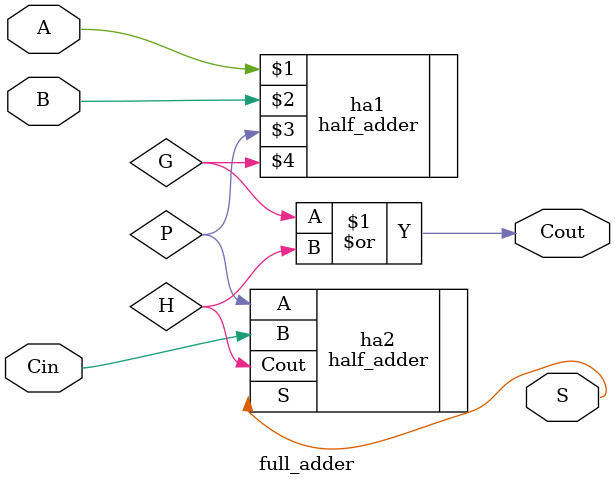
<source format=v>
`timescale 1ns / 1ps


module full_adder(
    input A,
    input B,
    input Cin,
    output S,
    output Cout
    );
    
    wire P,G,H;
    
    half_adder ha1(A,B,P,G);
    //half_adder ha2(P,Cin,S,H);
    
    half_adder ha2(
      .S(S),
      .Cout(H),
      .A(P),
      .B(Cin)
    );
    
    or (Cout,G,H);
    
endmodule

</source>
